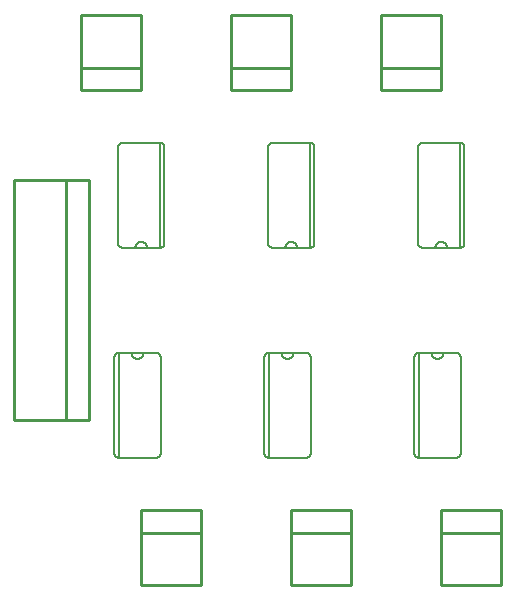
<source format=gbr>
G04 EAGLE Gerber X2 export*
%TF.Part,Single*%
%TF.FileFunction,Legend,Top,1*%
%TF.FilePolarity,Positive*%
%TF.GenerationSoftware,Autodesk,EAGLE,9.1.0*%
%TF.CreationDate,2018-12-10T23:06:03Z*%
G75*
%MOMM*%
%FSLAX34Y34*%
%LPD*%
%AMOC8*
5,1,8,0,0,1.08239X$1,22.5*%
G01*
%ADD10C,0.254000*%
%ADD11C,0.152400*%


D10*
X127000Y82550D02*
X177800Y82550D01*
X177800Y63500D01*
X177800Y19050D01*
X127000Y19050D01*
X127000Y63500D01*
X127000Y82550D01*
X127000Y63500D02*
X177800Y63500D01*
D11*
X143383Y130810D02*
X143383Y212090D01*
X104267Y130810D02*
X104269Y130688D01*
X104275Y130566D01*
X104285Y130444D01*
X104298Y130323D01*
X104316Y130202D01*
X104337Y130082D01*
X104363Y129962D01*
X104392Y129844D01*
X104424Y129726D01*
X104461Y129609D01*
X104501Y129494D01*
X104545Y129380D01*
X104593Y129268D01*
X104644Y129157D01*
X104699Y129048D01*
X104757Y128940D01*
X104819Y128835D01*
X104884Y128732D01*
X104952Y128630D01*
X105024Y128531D01*
X105098Y128435D01*
X105176Y128340D01*
X105257Y128249D01*
X105340Y128159D01*
X105426Y128073D01*
X105516Y127990D01*
X105607Y127909D01*
X105702Y127831D01*
X105798Y127757D01*
X105897Y127685D01*
X105999Y127617D01*
X106102Y127552D01*
X106207Y127490D01*
X106315Y127432D01*
X106424Y127377D01*
X106535Y127326D01*
X106647Y127278D01*
X106761Y127234D01*
X106876Y127194D01*
X106993Y127157D01*
X107111Y127125D01*
X107229Y127096D01*
X107349Y127070D01*
X107469Y127049D01*
X107590Y127031D01*
X107711Y127018D01*
X107833Y127008D01*
X107955Y127002D01*
X108077Y127000D01*
X143383Y212090D02*
X143381Y212212D01*
X143375Y212334D01*
X143365Y212456D01*
X143352Y212577D01*
X143334Y212698D01*
X143313Y212818D01*
X143287Y212938D01*
X143258Y213056D01*
X143226Y213174D01*
X143189Y213291D01*
X143149Y213406D01*
X143105Y213520D01*
X143057Y213632D01*
X143006Y213743D01*
X142951Y213852D01*
X142893Y213960D01*
X142831Y214065D01*
X142766Y214168D01*
X142698Y214270D01*
X142626Y214369D01*
X142552Y214465D01*
X142474Y214560D01*
X142393Y214651D01*
X142310Y214741D01*
X142224Y214827D01*
X142134Y214910D01*
X142043Y214991D01*
X141948Y215069D01*
X141852Y215143D01*
X141753Y215215D01*
X141651Y215283D01*
X141548Y215348D01*
X141443Y215410D01*
X141335Y215468D01*
X141226Y215523D01*
X141115Y215574D01*
X141003Y215622D01*
X140889Y215666D01*
X140774Y215706D01*
X140657Y215743D01*
X140539Y215775D01*
X140421Y215804D01*
X140301Y215830D01*
X140181Y215851D01*
X140060Y215869D01*
X139939Y215882D01*
X139817Y215892D01*
X139695Y215898D01*
X139573Y215900D01*
X143383Y130810D02*
X143381Y130688D01*
X143375Y130566D01*
X143365Y130444D01*
X143352Y130323D01*
X143334Y130202D01*
X143313Y130082D01*
X143287Y129962D01*
X143258Y129844D01*
X143226Y129726D01*
X143189Y129609D01*
X143149Y129494D01*
X143105Y129380D01*
X143057Y129268D01*
X143006Y129157D01*
X142951Y129048D01*
X142893Y128940D01*
X142831Y128835D01*
X142766Y128732D01*
X142698Y128630D01*
X142626Y128531D01*
X142552Y128435D01*
X142474Y128340D01*
X142393Y128249D01*
X142310Y128159D01*
X142224Y128073D01*
X142134Y127990D01*
X142043Y127909D01*
X141948Y127831D01*
X141852Y127757D01*
X141753Y127685D01*
X141651Y127617D01*
X141548Y127552D01*
X141443Y127490D01*
X141335Y127432D01*
X141226Y127377D01*
X141115Y127326D01*
X141003Y127278D01*
X140889Y127234D01*
X140774Y127194D01*
X140657Y127157D01*
X140539Y127125D01*
X140421Y127096D01*
X140301Y127070D01*
X140181Y127049D01*
X140060Y127031D01*
X139939Y127018D01*
X139817Y127008D01*
X139695Y127002D01*
X139573Y127000D01*
X104267Y212090D02*
X104269Y212212D01*
X104275Y212334D01*
X104285Y212456D01*
X104298Y212577D01*
X104316Y212698D01*
X104337Y212818D01*
X104363Y212938D01*
X104392Y213056D01*
X104424Y213174D01*
X104461Y213291D01*
X104501Y213406D01*
X104545Y213520D01*
X104593Y213632D01*
X104644Y213743D01*
X104699Y213852D01*
X104757Y213960D01*
X104819Y214065D01*
X104884Y214168D01*
X104952Y214270D01*
X105024Y214369D01*
X105098Y214465D01*
X105176Y214560D01*
X105257Y214651D01*
X105340Y214741D01*
X105426Y214827D01*
X105516Y214910D01*
X105607Y214991D01*
X105702Y215069D01*
X105798Y215143D01*
X105897Y215215D01*
X105999Y215283D01*
X106102Y215348D01*
X106207Y215410D01*
X106315Y215468D01*
X106424Y215523D01*
X106535Y215574D01*
X106647Y215622D01*
X106761Y215666D01*
X106876Y215706D01*
X106993Y215743D01*
X107111Y215775D01*
X107229Y215804D01*
X107349Y215830D01*
X107469Y215851D01*
X107590Y215869D01*
X107711Y215882D01*
X107833Y215892D01*
X107955Y215898D01*
X108077Y215900D01*
X104267Y212090D02*
X104267Y130810D01*
X108077Y127000D02*
X139573Y127000D01*
X139573Y215900D02*
X128905Y215900D01*
X118745Y215900D01*
X108077Y215900D01*
X118745Y215900D02*
X118747Y215759D01*
X118753Y215618D01*
X118763Y215477D01*
X118776Y215336D01*
X118794Y215196D01*
X118816Y215057D01*
X118841Y214918D01*
X118870Y214779D01*
X118903Y214642D01*
X118940Y214506D01*
X118981Y214371D01*
X119025Y214236D01*
X119073Y214104D01*
X119125Y213972D01*
X119180Y213842D01*
X119239Y213714D01*
X119302Y213587D01*
X119368Y213463D01*
X119437Y213340D01*
X119510Y213219D01*
X119586Y213100D01*
X119666Y212983D01*
X119749Y212869D01*
X119834Y212756D01*
X119923Y212647D01*
X120015Y212539D01*
X120110Y212435D01*
X120208Y212333D01*
X120309Y212234D01*
X120412Y212137D01*
X120518Y212044D01*
X120626Y211954D01*
X120737Y211866D01*
X120850Y211782D01*
X120966Y211701D01*
X121084Y211623D01*
X121204Y211548D01*
X121326Y211477D01*
X121450Y211409D01*
X121576Y211345D01*
X121703Y211284D01*
X121832Y211227D01*
X121963Y211174D01*
X122095Y211124D01*
X122228Y211077D01*
X122363Y211035D01*
X122499Y210996D01*
X122636Y210961D01*
X122773Y210930D01*
X122912Y210903D01*
X123051Y210879D01*
X123191Y210860D01*
X123331Y210844D01*
X123472Y210832D01*
X123613Y210824D01*
X123754Y210820D01*
X123896Y210820D01*
X124037Y210824D01*
X124178Y210832D01*
X124319Y210844D01*
X124459Y210860D01*
X124599Y210879D01*
X124738Y210903D01*
X124877Y210930D01*
X125014Y210961D01*
X125151Y210996D01*
X125287Y211035D01*
X125422Y211077D01*
X125555Y211124D01*
X125687Y211174D01*
X125818Y211227D01*
X125947Y211284D01*
X126074Y211345D01*
X126200Y211409D01*
X126324Y211477D01*
X126446Y211548D01*
X126566Y211623D01*
X126684Y211701D01*
X126800Y211782D01*
X126913Y211866D01*
X127024Y211954D01*
X127132Y212044D01*
X127238Y212137D01*
X127341Y212234D01*
X127442Y212333D01*
X127540Y212435D01*
X127635Y212539D01*
X127727Y212647D01*
X127816Y212756D01*
X127901Y212869D01*
X127984Y212983D01*
X128064Y213100D01*
X128140Y213219D01*
X128213Y213340D01*
X128282Y213463D01*
X128348Y213587D01*
X128411Y213714D01*
X128470Y213842D01*
X128525Y213972D01*
X128577Y214104D01*
X128625Y214236D01*
X128669Y214371D01*
X128710Y214506D01*
X128747Y214642D01*
X128780Y214779D01*
X128809Y214918D01*
X128834Y215057D01*
X128856Y215196D01*
X128874Y215336D01*
X128887Y215477D01*
X128897Y215618D01*
X128903Y215759D01*
X128905Y215900D01*
X107823Y215900D02*
X107823Y127000D01*
D10*
X82550Y158750D02*
X82550Y361950D01*
X82550Y158750D02*
X63500Y158750D01*
X19050Y158750D01*
X19050Y361950D01*
X63500Y361950D01*
X82550Y361950D01*
X63500Y361950D02*
X63500Y158750D01*
D11*
X270383Y130810D02*
X270383Y212090D01*
X231267Y130810D02*
X231269Y130688D01*
X231275Y130566D01*
X231285Y130444D01*
X231298Y130323D01*
X231316Y130202D01*
X231337Y130082D01*
X231363Y129962D01*
X231392Y129844D01*
X231424Y129726D01*
X231461Y129609D01*
X231501Y129494D01*
X231545Y129380D01*
X231593Y129268D01*
X231644Y129157D01*
X231699Y129048D01*
X231757Y128940D01*
X231819Y128835D01*
X231884Y128732D01*
X231952Y128630D01*
X232024Y128531D01*
X232098Y128435D01*
X232176Y128340D01*
X232257Y128249D01*
X232340Y128159D01*
X232426Y128073D01*
X232516Y127990D01*
X232607Y127909D01*
X232702Y127831D01*
X232798Y127757D01*
X232897Y127685D01*
X232999Y127617D01*
X233102Y127552D01*
X233207Y127490D01*
X233315Y127432D01*
X233424Y127377D01*
X233535Y127326D01*
X233647Y127278D01*
X233761Y127234D01*
X233876Y127194D01*
X233993Y127157D01*
X234111Y127125D01*
X234229Y127096D01*
X234349Y127070D01*
X234469Y127049D01*
X234590Y127031D01*
X234711Y127018D01*
X234833Y127008D01*
X234955Y127002D01*
X235077Y127000D01*
X270383Y212090D02*
X270381Y212212D01*
X270375Y212334D01*
X270365Y212456D01*
X270352Y212577D01*
X270334Y212698D01*
X270313Y212818D01*
X270287Y212938D01*
X270258Y213056D01*
X270226Y213174D01*
X270189Y213291D01*
X270149Y213406D01*
X270105Y213520D01*
X270057Y213632D01*
X270006Y213743D01*
X269951Y213852D01*
X269893Y213960D01*
X269831Y214065D01*
X269766Y214168D01*
X269698Y214270D01*
X269626Y214369D01*
X269552Y214465D01*
X269474Y214560D01*
X269393Y214651D01*
X269310Y214741D01*
X269224Y214827D01*
X269134Y214910D01*
X269043Y214991D01*
X268948Y215069D01*
X268852Y215143D01*
X268753Y215215D01*
X268651Y215283D01*
X268548Y215348D01*
X268443Y215410D01*
X268335Y215468D01*
X268226Y215523D01*
X268115Y215574D01*
X268003Y215622D01*
X267889Y215666D01*
X267774Y215706D01*
X267657Y215743D01*
X267539Y215775D01*
X267421Y215804D01*
X267301Y215830D01*
X267181Y215851D01*
X267060Y215869D01*
X266939Y215882D01*
X266817Y215892D01*
X266695Y215898D01*
X266573Y215900D01*
X270383Y130810D02*
X270381Y130688D01*
X270375Y130566D01*
X270365Y130444D01*
X270352Y130323D01*
X270334Y130202D01*
X270313Y130082D01*
X270287Y129962D01*
X270258Y129844D01*
X270226Y129726D01*
X270189Y129609D01*
X270149Y129494D01*
X270105Y129380D01*
X270057Y129268D01*
X270006Y129157D01*
X269951Y129048D01*
X269893Y128940D01*
X269831Y128835D01*
X269766Y128732D01*
X269698Y128630D01*
X269626Y128531D01*
X269552Y128435D01*
X269474Y128340D01*
X269393Y128249D01*
X269310Y128159D01*
X269224Y128073D01*
X269134Y127990D01*
X269043Y127909D01*
X268948Y127831D01*
X268852Y127757D01*
X268753Y127685D01*
X268651Y127617D01*
X268548Y127552D01*
X268443Y127490D01*
X268335Y127432D01*
X268226Y127377D01*
X268115Y127326D01*
X268003Y127278D01*
X267889Y127234D01*
X267774Y127194D01*
X267657Y127157D01*
X267539Y127125D01*
X267421Y127096D01*
X267301Y127070D01*
X267181Y127049D01*
X267060Y127031D01*
X266939Y127018D01*
X266817Y127008D01*
X266695Y127002D01*
X266573Y127000D01*
X231267Y212090D02*
X231269Y212212D01*
X231275Y212334D01*
X231285Y212456D01*
X231298Y212577D01*
X231316Y212698D01*
X231337Y212818D01*
X231363Y212938D01*
X231392Y213056D01*
X231424Y213174D01*
X231461Y213291D01*
X231501Y213406D01*
X231545Y213520D01*
X231593Y213632D01*
X231644Y213743D01*
X231699Y213852D01*
X231757Y213960D01*
X231819Y214065D01*
X231884Y214168D01*
X231952Y214270D01*
X232024Y214369D01*
X232098Y214465D01*
X232176Y214560D01*
X232257Y214651D01*
X232340Y214741D01*
X232426Y214827D01*
X232516Y214910D01*
X232607Y214991D01*
X232702Y215069D01*
X232798Y215143D01*
X232897Y215215D01*
X232999Y215283D01*
X233102Y215348D01*
X233207Y215410D01*
X233315Y215468D01*
X233424Y215523D01*
X233535Y215574D01*
X233647Y215622D01*
X233761Y215666D01*
X233876Y215706D01*
X233993Y215743D01*
X234111Y215775D01*
X234229Y215804D01*
X234349Y215830D01*
X234469Y215851D01*
X234590Y215869D01*
X234711Y215882D01*
X234833Y215892D01*
X234955Y215898D01*
X235077Y215900D01*
X231267Y212090D02*
X231267Y130810D01*
X235077Y127000D02*
X266573Y127000D01*
X266573Y215900D02*
X255905Y215900D01*
X245745Y215900D01*
X235077Y215900D01*
X245745Y215900D02*
X245747Y215759D01*
X245753Y215618D01*
X245763Y215477D01*
X245776Y215336D01*
X245794Y215196D01*
X245816Y215057D01*
X245841Y214918D01*
X245870Y214779D01*
X245903Y214642D01*
X245940Y214506D01*
X245981Y214371D01*
X246025Y214236D01*
X246073Y214104D01*
X246125Y213972D01*
X246180Y213842D01*
X246239Y213714D01*
X246302Y213587D01*
X246368Y213463D01*
X246437Y213340D01*
X246510Y213219D01*
X246586Y213100D01*
X246666Y212983D01*
X246749Y212869D01*
X246834Y212756D01*
X246923Y212647D01*
X247015Y212539D01*
X247110Y212435D01*
X247208Y212333D01*
X247309Y212234D01*
X247412Y212137D01*
X247518Y212044D01*
X247626Y211954D01*
X247737Y211866D01*
X247850Y211782D01*
X247966Y211701D01*
X248084Y211623D01*
X248204Y211548D01*
X248326Y211477D01*
X248450Y211409D01*
X248576Y211345D01*
X248703Y211284D01*
X248832Y211227D01*
X248963Y211174D01*
X249095Y211124D01*
X249228Y211077D01*
X249363Y211035D01*
X249499Y210996D01*
X249636Y210961D01*
X249773Y210930D01*
X249912Y210903D01*
X250051Y210879D01*
X250191Y210860D01*
X250331Y210844D01*
X250472Y210832D01*
X250613Y210824D01*
X250754Y210820D01*
X250896Y210820D01*
X251037Y210824D01*
X251178Y210832D01*
X251319Y210844D01*
X251459Y210860D01*
X251599Y210879D01*
X251738Y210903D01*
X251877Y210930D01*
X252014Y210961D01*
X252151Y210996D01*
X252287Y211035D01*
X252422Y211077D01*
X252555Y211124D01*
X252687Y211174D01*
X252818Y211227D01*
X252947Y211284D01*
X253074Y211345D01*
X253200Y211409D01*
X253324Y211477D01*
X253446Y211548D01*
X253566Y211623D01*
X253684Y211701D01*
X253800Y211782D01*
X253913Y211866D01*
X254024Y211954D01*
X254132Y212044D01*
X254238Y212137D01*
X254341Y212234D01*
X254442Y212333D01*
X254540Y212435D01*
X254635Y212539D01*
X254727Y212647D01*
X254816Y212756D01*
X254901Y212869D01*
X254984Y212983D01*
X255064Y213100D01*
X255140Y213219D01*
X255213Y213340D01*
X255282Y213463D01*
X255348Y213587D01*
X255411Y213714D01*
X255470Y213842D01*
X255525Y213972D01*
X255577Y214104D01*
X255625Y214236D01*
X255669Y214371D01*
X255710Y214506D01*
X255747Y214642D01*
X255780Y214779D01*
X255809Y214918D01*
X255834Y215057D01*
X255856Y215196D01*
X255874Y215336D01*
X255887Y215477D01*
X255897Y215618D01*
X255903Y215759D01*
X255905Y215900D01*
X234823Y215900D02*
X234823Y127000D01*
D10*
X254000Y82550D02*
X304800Y82550D01*
X304800Y63500D01*
X304800Y19050D01*
X254000Y19050D01*
X254000Y63500D01*
X254000Y82550D01*
X254000Y63500D02*
X304800Y63500D01*
D11*
X397383Y130810D02*
X397383Y212090D01*
X358267Y130810D02*
X358269Y130688D01*
X358275Y130566D01*
X358285Y130444D01*
X358298Y130323D01*
X358316Y130202D01*
X358337Y130082D01*
X358363Y129962D01*
X358392Y129844D01*
X358424Y129726D01*
X358461Y129609D01*
X358501Y129494D01*
X358545Y129380D01*
X358593Y129268D01*
X358644Y129157D01*
X358699Y129048D01*
X358757Y128940D01*
X358819Y128835D01*
X358884Y128732D01*
X358952Y128630D01*
X359024Y128531D01*
X359098Y128435D01*
X359176Y128340D01*
X359257Y128249D01*
X359340Y128159D01*
X359426Y128073D01*
X359516Y127990D01*
X359607Y127909D01*
X359702Y127831D01*
X359798Y127757D01*
X359897Y127685D01*
X359999Y127617D01*
X360102Y127552D01*
X360207Y127490D01*
X360315Y127432D01*
X360424Y127377D01*
X360535Y127326D01*
X360647Y127278D01*
X360761Y127234D01*
X360876Y127194D01*
X360993Y127157D01*
X361111Y127125D01*
X361229Y127096D01*
X361349Y127070D01*
X361469Y127049D01*
X361590Y127031D01*
X361711Y127018D01*
X361833Y127008D01*
X361955Y127002D01*
X362077Y127000D01*
X397383Y212090D02*
X397381Y212212D01*
X397375Y212334D01*
X397365Y212456D01*
X397352Y212577D01*
X397334Y212698D01*
X397313Y212818D01*
X397287Y212938D01*
X397258Y213056D01*
X397226Y213174D01*
X397189Y213291D01*
X397149Y213406D01*
X397105Y213520D01*
X397057Y213632D01*
X397006Y213743D01*
X396951Y213852D01*
X396893Y213960D01*
X396831Y214065D01*
X396766Y214168D01*
X396698Y214270D01*
X396626Y214369D01*
X396552Y214465D01*
X396474Y214560D01*
X396393Y214651D01*
X396310Y214741D01*
X396224Y214827D01*
X396134Y214910D01*
X396043Y214991D01*
X395948Y215069D01*
X395852Y215143D01*
X395753Y215215D01*
X395651Y215283D01*
X395548Y215348D01*
X395443Y215410D01*
X395335Y215468D01*
X395226Y215523D01*
X395115Y215574D01*
X395003Y215622D01*
X394889Y215666D01*
X394774Y215706D01*
X394657Y215743D01*
X394539Y215775D01*
X394421Y215804D01*
X394301Y215830D01*
X394181Y215851D01*
X394060Y215869D01*
X393939Y215882D01*
X393817Y215892D01*
X393695Y215898D01*
X393573Y215900D01*
X397383Y130810D02*
X397381Y130688D01*
X397375Y130566D01*
X397365Y130444D01*
X397352Y130323D01*
X397334Y130202D01*
X397313Y130082D01*
X397287Y129962D01*
X397258Y129844D01*
X397226Y129726D01*
X397189Y129609D01*
X397149Y129494D01*
X397105Y129380D01*
X397057Y129268D01*
X397006Y129157D01*
X396951Y129048D01*
X396893Y128940D01*
X396831Y128835D01*
X396766Y128732D01*
X396698Y128630D01*
X396626Y128531D01*
X396552Y128435D01*
X396474Y128340D01*
X396393Y128249D01*
X396310Y128159D01*
X396224Y128073D01*
X396134Y127990D01*
X396043Y127909D01*
X395948Y127831D01*
X395852Y127757D01*
X395753Y127685D01*
X395651Y127617D01*
X395548Y127552D01*
X395443Y127490D01*
X395335Y127432D01*
X395226Y127377D01*
X395115Y127326D01*
X395003Y127278D01*
X394889Y127234D01*
X394774Y127194D01*
X394657Y127157D01*
X394539Y127125D01*
X394421Y127096D01*
X394301Y127070D01*
X394181Y127049D01*
X394060Y127031D01*
X393939Y127018D01*
X393817Y127008D01*
X393695Y127002D01*
X393573Y127000D01*
X358267Y212090D02*
X358269Y212212D01*
X358275Y212334D01*
X358285Y212456D01*
X358298Y212577D01*
X358316Y212698D01*
X358337Y212818D01*
X358363Y212938D01*
X358392Y213056D01*
X358424Y213174D01*
X358461Y213291D01*
X358501Y213406D01*
X358545Y213520D01*
X358593Y213632D01*
X358644Y213743D01*
X358699Y213852D01*
X358757Y213960D01*
X358819Y214065D01*
X358884Y214168D01*
X358952Y214270D01*
X359024Y214369D01*
X359098Y214465D01*
X359176Y214560D01*
X359257Y214651D01*
X359340Y214741D01*
X359426Y214827D01*
X359516Y214910D01*
X359607Y214991D01*
X359702Y215069D01*
X359798Y215143D01*
X359897Y215215D01*
X359999Y215283D01*
X360102Y215348D01*
X360207Y215410D01*
X360315Y215468D01*
X360424Y215523D01*
X360535Y215574D01*
X360647Y215622D01*
X360761Y215666D01*
X360876Y215706D01*
X360993Y215743D01*
X361111Y215775D01*
X361229Y215804D01*
X361349Y215830D01*
X361469Y215851D01*
X361590Y215869D01*
X361711Y215882D01*
X361833Y215892D01*
X361955Y215898D01*
X362077Y215900D01*
X358267Y212090D02*
X358267Y130810D01*
X362077Y127000D02*
X393573Y127000D01*
X393573Y215900D02*
X382905Y215900D01*
X372745Y215900D01*
X362077Y215900D01*
X372745Y215900D02*
X372747Y215759D01*
X372753Y215618D01*
X372763Y215477D01*
X372776Y215336D01*
X372794Y215196D01*
X372816Y215057D01*
X372841Y214918D01*
X372870Y214779D01*
X372903Y214642D01*
X372940Y214506D01*
X372981Y214371D01*
X373025Y214236D01*
X373073Y214104D01*
X373125Y213972D01*
X373180Y213842D01*
X373239Y213714D01*
X373302Y213587D01*
X373368Y213463D01*
X373437Y213340D01*
X373510Y213219D01*
X373586Y213100D01*
X373666Y212983D01*
X373749Y212869D01*
X373834Y212756D01*
X373923Y212647D01*
X374015Y212539D01*
X374110Y212435D01*
X374208Y212333D01*
X374309Y212234D01*
X374412Y212137D01*
X374518Y212044D01*
X374626Y211954D01*
X374737Y211866D01*
X374850Y211782D01*
X374966Y211701D01*
X375084Y211623D01*
X375204Y211548D01*
X375326Y211477D01*
X375450Y211409D01*
X375576Y211345D01*
X375703Y211284D01*
X375832Y211227D01*
X375963Y211174D01*
X376095Y211124D01*
X376228Y211077D01*
X376363Y211035D01*
X376499Y210996D01*
X376636Y210961D01*
X376773Y210930D01*
X376912Y210903D01*
X377051Y210879D01*
X377191Y210860D01*
X377331Y210844D01*
X377472Y210832D01*
X377613Y210824D01*
X377754Y210820D01*
X377896Y210820D01*
X378037Y210824D01*
X378178Y210832D01*
X378319Y210844D01*
X378459Y210860D01*
X378599Y210879D01*
X378738Y210903D01*
X378877Y210930D01*
X379014Y210961D01*
X379151Y210996D01*
X379287Y211035D01*
X379422Y211077D01*
X379555Y211124D01*
X379687Y211174D01*
X379818Y211227D01*
X379947Y211284D01*
X380074Y211345D01*
X380200Y211409D01*
X380324Y211477D01*
X380446Y211548D01*
X380566Y211623D01*
X380684Y211701D01*
X380800Y211782D01*
X380913Y211866D01*
X381024Y211954D01*
X381132Y212044D01*
X381238Y212137D01*
X381341Y212234D01*
X381442Y212333D01*
X381540Y212435D01*
X381635Y212539D01*
X381727Y212647D01*
X381816Y212756D01*
X381901Y212869D01*
X381984Y212983D01*
X382064Y213100D01*
X382140Y213219D01*
X382213Y213340D01*
X382282Y213463D01*
X382348Y213587D01*
X382411Y213714D01*
X382470Y213842D01*
X382525Y213972D01*
X382577Y214104D01*
X382625Y214236D01*
X382669Y214371D01*
X382710Y214506D01*
X382747Y214642D01*
X382780Y214779D01*
X382809Y214918D01*
X382834Y215057D01*
X382856Y215196D01*
X382874Y215336D01*
X382887Y215477D01*
X382897Y215618D01*
X382903Y215759D01*
X382905Y215900D01*
X361823Y215900D02*
X361823Y127000D01*
D10*
X381000Y82550D02*
X431800Y82550D01*
X431800Y63500D01*
X431800Y19050D01*
X381000Y19050D01*
X381000Y63500D01*
X381000Y82550D01*
X381000Y63500D02*
X431800Y63500D01*
D11*
X361442Y308610D02*
X361442Y389890D01*
X396748Y393700D02*
X396870Y393698D01*
X396992Y393692D01*
X397114Y393682D01*
X397235Y393669D01*
X397356Y393651D01*
X397476Y393630D01*
X397596Y393604D01*
X397714Y393575D01*
X397832Y393543D01*
X397949Y393506D01*
X398064Y393466D01*
X398178Y393422D01*
X398290Y393374D01*
X398401Y393323D01*
X398510Y393268D01*
X398618Y393210D01*
X398723Y393148D01*
X398826Y393083D01*
X398928Y393015D01*
X399027Y392943D01*
X399123Y392869D01*
X399218Y392791D01*
X399309Y392710D01*
X399399Y392627D01*
X399485Y392541D01*
X399568Y392451D01*
X399649Y392360D01*
X399727Y392265D01*
X399801Y392169D01*
X399873Y392070D01*
X399941Y391968D01*
X400006Y391865D01*
X400068Y391760D01*
X400126Y391652D01*
X400181Y391543D01*
X400232Y391432D01*
X400280Y391320D01*
X400324Y391206D01*
X400364Y391091D01*
X400401Y390974D01*
X400433Y390856D01*
X400462Y390738D01*
X400488Y390618D01*
X400509Y390498D01*
X400527Y390377D01*
X400540Y390256D01*
X400550Y390134D01*
X400556Y390012D01*
X400558Y389890D01*
X361442Y308610D02*
X361444Y308488D01*
X361450Y308366D01*
X361460Y308244D01*
X361473Y308123D01*
X361491Y308002D01*
X361512Y307882D01*
X361538Y307762D01*
X361567Y307644D01*
X361599Y307526D01*
X361636Y307409D01*
X361676Y307294D01*
X361720Y307180D01*
X361768Y307068D01*
X361819Y306957D01*
X361874Y306848D01*
X361932Y306740D01*
X361994Y306635D01*
X362059Y306532D01*
X362127Y306430D01*
X362199Y306331D01*
X362273Y306235D01*
X362351Y306140D01*
X362432Y306049D01*
X362515Y305959D01*
X362601Y305873D01*
X362691Y305790D01*
X362782Y305709D01*
X362877Y305631D01*
X362973Y305557D01*
X363072Y305485D01*
X363174Y305417D01*
X363277Y305352D01*
X363382Y305290D01*
X363490Y305232D01*
X363599Y305177D01*
X363710Y305126D01*
X363822Y305078D01*
X363936Y305034D01*
X364051Y304994D01*
X364168Y304957D01*
X364286Y304925D01*
X364404Y304896D01*
X364524Y304870D01*
X364644Y304849D01*
X364765Y304831D01*
X364886Y304818D01*
X365008Y304808D01*
X365130Y304802D01*
X365252Y304800D01*
X361442Y389890D02*
X361444Y390012D01*
X361450Y390134D01*
X361460Y390256D01*
X361473Y390377D01*
X361491Y390498D01*
X361512Y390618D01*
X361538Y390738D01*
X361567Y390856D01*
X361599Y390974D01*
X361636Y391091D01*
X361676Y391206D01*
X361720Y391320D01*
X361768Y391432D01*
X361819Y391543D01*
X361874Y391652D01*
X361932Y391760D01*
X361994Y391865D01*
X362059Y391968D01*
X362127Y392070D01*
X362199Y392169D01*
X362273Y392265D01*
X362351Y392360D01*
X362432Y392451D01*
X362515Y392541D01*
X362601Y392627D01*
X362691Y392710D01*
X362782Y392791D01*
X362877Y392869D01*
X362973Y392943D01*
X363072Y393015D01*
X363174Y393083D01*
X363277Y393148D01*
X363382Y393210D01*
X363490Y393268D01*
X363599Y393323D01*
X363710Y393374D01*
X363822Y393422D01*
X363936Y393466D01*
X364051Y393506D01*
X364168Y393543D01*
X364286Y393575D01*
X364404Y393604D01*
X364524Y393630D01*
X364644Y393651D01*
X364765Y393669D01*
X364886Y393682D01*
X365008Y393692D01*
X365130Y393698D01*
X365252Y393700D01*
X400558Y308610D02*
X400556Y308488D01*
X400550Y308366D01*
X400540Y308244D01*
X400527Y308123D01*
X400509Y308002D01*
X400488Y307882D01*
X400462Y307762D01*
X400433Y307644D01*
X400401Y307526D01*
X400364Y307409D01*
X400324Y307294D01*
X400280Y307180D01*
X400232Y307068D01*
X400181Y306957D01*
X400126Y306848D01*
X400068Y306740D01*
X400006Y306635D01*
X399941Y306532D01*
X399873Y306430D01*
X399801Y306331D01*
X399727Y306235D01*
X399649Y306140D01*
X399568Y306049D01*
X399485Y305959D01*
X399399Y305873D01*
X399309Y305790D01*
X399218Y305709D01*
X399123Y305631D01*
X399027Y305557D01*
X398928Y305485D01*
X398826Y305417D01*
X398723Y305352D01*
X398618Y305290D01*
X398510Y305232D01*
X398401Y305177D01*
X398290Y305126D01*
X398178Y305078D01*
X398064Y305034D01*
X397949Y304994D01*
X397832Y304957D01*
X397714Y304925D01*
X397596Y304896D01*
X397476Y304870D01*
X397356Y304849D01*
X397235Y304831D01*
X397114Y304818D01*
X396992Y304808D01*
X396870Y304802D01*
X396748Y304800D01*
X400558Y308610D02*
X400558Y389890D01*
X396748Y393700D02*
X365252Y393700D01*
X365252Y304800D02*
X375920Y304800D01*
X386080Y304800D01*
X396748Y304800D01*
X386080Y304800D02*
X386078Y304941D01*
X386072Y305082D01*
X386062Y305223D01*
X386049Y305364D01*
X386031Y305504D01*
X386009Y305643D01*
X385984Y305782D01*
X385955Y305921D01*
X385922Y306058D01*
X385885Y306194D01*
X385844Y306329D01*
X385800Y306464D01*
X385752Y306596D01*
X385700Y306728D01*
X385645Y306858D01*
X385586Y306986D01*
X385523Y307113D01*
X385457Y307237D01*
X385388Y307360D01*
X385315Y307481D01*
X385239Y307600D01*
X385159Y307717D01*
X385076Y307831D01*
X384991Y307944D01*
X384902Y308053D01*
X384810Y308161D01*
X384715Y308265D01*
X384617Y308367D01*
X384516Y308466D01*
X384413Y308563D01*
X384307Y308656D01*
X384199Y308746D01*
X384088Y308834D01*
X383975Y308918D01*
X383859Y308999D01*
X383741Y309077D01*
X383621Y309152D01*
X383499Y309223D01*
X383375Y309291D01*
X383249Y309355D01*
X383122Y309416D01*
X382993Y309473D01*
X382862Y309526D01*
X382730Y309576D01*
X382597Y309623D01*
X382462Y309665D01*
X382326Y309704D01*
X382189Y309739D01*
X382052Y309770D01*
X381913Y309797D01*
X381774Y309821D01*
X381634Y309840D01*
X381494Y309856D01*
X381353Y309868D01*
X381212Y309876D01*
X381071Y309880D01*
X380929Y309880D01*
X380788Y309876D01*
X380647Y309868D01*
X380506Y309856D01*
X380366Y309840D01*
X380226Y309821D01*
X380087Y309797D01*
X379948Y309770D01*
X379811Y309739D01*
X379674Y309704D01*
X379538Y309665D01*
X379403Y309623D01*
X379270Y309576D01*
X379138Y309526D01*
X379007Y309473D01*
X378878Y309416D01*
X378751Y309355D01*
X378625Y309291D01*
X378501Y309223D01*
X378379Y309152D01*
X378259Y309077D01*
X378141Y308999D01*
X378025Y308918D01*
X377912Y308834D01*
X377801Y308746D01*
X377693Y308656D01*
X377587Y308563D01*
X377484Y308466D01*
X377383Y308367D01*
X377285Y308265D01*
X377190Y308161D01*
X377098Y308053D01*
X377009Y307944D01*
X376924Y307831D01*
X376841Y307717D01*
X376761Y307600D01*
X376685Y307481D01*
X376612Y307360D01*
X376543Y307237D01*
X376477Y307113D01*
X376414Y306986D01*
X376355Y306858D01*
X376300Y306728D01*
X376248Y306596D01*
X376200Y306464D01*
X376156Y306329D01*
X376115Y306194D01*
X376078Y306058D01*
X376045Y305921D01*
X376016Y305782D01*
X375991Y305643D01*
X375969Y305504D01*
X375951Y305364D01*
X375938Y305223D01*
X375928Y305082D01*
X375922Y304941D01*
X375920Y304800D01*
X397002Y304800D02*
X397002Y393700D01*
D10*
X381000Y438150D02*
X330200Y438150D01*
X330200Y457200D01*
X330200Y501650D01*
X381000Y501650D01*
X381000Y457200D01*
X381000Y438150D01*
X381000Y457200D02*
X330200Y457200D01*
D11*
X234442Y389890D02*
X234442Y308610D01*
X273558Y389890D02*
X273556Y390012D01*
X273550Y390134D01*
X273540Y390256D01*
X273527Y390377D01*
X273509Y390498D01*
X273488Y390618D01*
X273462Y390738D01*
X273433Y390856D01*
X273401Y390974D01*
X273364Y391091D01*
X273324Y391206D01*
X273280Y391320D01*
X273232Y391432D01*
X273181Y391543D01*
X273126Y391652D01*
X273068Y391760D01*
X273006Y391865D01*
X272941Y391968D01*
X272873Y392070D01*
X272801Y392169D01*
X272727Y392265D01*
X272649Y392360D01*
X272568Y392451D01*
X272485Y392541D01*
X272399Y392627D01*
X272309Y392710D01*
X272218Y392791D01*
X272123Y392869D01*
X272027Y392943D01*
X271928Y393015D01*
X271826Y393083D01*
X271723Y393148D01*
X271618Y393210D01*
X271510Y393268D01*
X271401Y393323D01*
X271290Y393374D01*
X271178Y393422D01*
X271064Y393466D01*
X270949Y393506D01*
X270832Y393543D01*
X270714Y393575D01*
X270596Y393604D01*
X270476Y393630D01*
X270356Y393651D01*
X270235Y393669D01*
X270114Y393682D01*
X269992Y393692D01*
X269870Y393698D01*
X269748Y393700D01*
X234442Y308610D02*
X234444Y308488D01*
X234450Y308366D01*
X234460Y308244D01*
X234473Y308123D01*
X234491Y308002D01*
X234512Y307882D01*
X234538Y307762D01*
X234567Y307644D01*
X234599Y307526D01*
X234636Y307409D01*
X234676Y307294D01*
X234720Y307180D01*
X234768Y307068D01*
X234819Y306957D01*
X234874Y306848D01*
X234932Y306740D01*
X234994Y306635D01*
X235059Y306532D01*
X235127Y306430D01*
X235199Y306331D01*
X235273Y306235D01*
X235351Y306140D01*
X235432Y306049D01*
X235515Y305959D01*
X235601Y305873D01*
X235691Y305790D01*
X235782Y305709D01*
X235877Y305631D01*
X235973Y305557D01*
X236072Y305485D01*
X236174Y305417D01*
X236277Y305352D01*
X236382Y305290D01*
X236490Y305232D01*
X236599Y305177D01*
X236710Y305126D01*
X236822Y305078D01*
X236936Y305034D01*
X237051Y304994D01*
X237168Y304957D01*
X237286Y304925D01*
X237404Y304896D01*
X237524Y304870D01*
X237644Y304849D01*
X237765Y304831D01*
X237886Y304818D01*
X238008Y304808D01*
X238130Y304802D01*
X238252Y304800D01*
X234442Y389890D02*
X234444Y390012D01*
X234450Y390134D01*
X234460Y390256D01*
X234473Y390377D01*
X234491Y390498D01*
X234512Y390618D01*
X234538Y390738D01*
X234567Y390856D01*
X234599Y390974D01*
X234636Y391091D01*
X234676Y391206D01*
X234720Y391320D01*
X234768Y391432D01*
X234819Y391543D01*
X234874Y391652D01*
X234932Y391760D01*
X234994Y391865D01*
X235059Y391968D01*
X235127Y392070D01*
X235199Y392169D01*
X235273Y392265D01*
X235351Y392360D01*
X235432Y392451D01*
X235515Y392541D01*
X235601Y392627D01*
X235691Y392710D01*
X235782Y392791D01*
X235877Y392869D01*
X235973Y392943D01*
X236072Y393015D01*
X236174Y393083D01*
X236277Y393148D01*
X236382Y393210D01*
X236490Y393268D01*
X236599Y393323D01*
X236710Y393374D01*
X236822Y393422D01*
X236936Y393466D01*
X237051Y393506D01*
X237168Y393543D01*
X237286Y393575D01*
X237404Y393604D01*
X237524Y393630D01*
X237644Y393651D01*
X237765Y393669D01*
X237886Y393682D01*
X238008Y393692D01*
X238130Y393698D01*
X238252Y393700D01*
X273558Y308610D02*
X273556Y308488D01*
X273550Y308366D01*
X273540Y308244D01*
X273527Y308123D01*
X273509Y308002D01*
X273488Y307882D01*
X273462Y307762D01*
X273433Y307644D01*
X273401Y307526D01*
X273364Y307409D01*
X273324Y307294D01*
X273280Y307180D01*
X273232Y307068D01*
X273181Y306957D01*
X273126Y306848D01*
X273068Y306740D01*
X273006Y306635D01*
X272941Y306532D01*
X272873Y306430D01*
X272801Y306331D01*
X272727Y306235D01*
X272649Y306140D01*
X272568Y306049D01*
X272485Y305959D01*
X272399Y305873D01*
X272309Y305790D01*
X272218Y305709D01*
X272123Y305631D01*
X272027Y305557D01*
X271928Y305485D01*
X271826Y305417D01*
X271723Y305352D01*
X271618Y305290D01*
X271510Y305232D01*
X271401Y305177D01*
X271290Y305126D01*
X271178Y305078D01*
X271064Y305034D01*
X270949Y304994D01*
X270832Y304957D01*
X270714Y304925D01*
X270596Y304896D01*
X270476Y304870D01*
X270356Y304849D01*
X270235Y304831D01*
X270114Y304818D01*
X269992Y304808D01*
X269870Y304802D01*
X269748Y304800D01*
X273558Y308610D02*
X273558Y389890D01*
X269748Y393700D02*
X238252Y393700D01*
X238252Y304800D02*
X248920Y304800D01*
X259080Y304800D01*
X269748Y304800D01*
X259080Y304800D02*
X259078Y304941D01*
X259072Y305082D01*
X259062Y305223D01*
X259049Y305364D01*
X259031Y305504D01*
X259009Y305643D01*
X258984Y305782D01*
X258955Y305921D01*
X258922Y306058D01*
X258885Y306194D01*
X258844Y306329D01*
X258800Y306464D01*
X258752Y306596D01*
X258700Y306728D01*
X258645Y306858D01*
X258586Y306986D01*
X258523Y307113D01*
X258457Y307237D01*
X258388Y307360D01*
X258315Y307481D01*
X258239Y307600D01*
X258159Y307717D01*
X258076Y307831D01*
X257991Y307944D01*
X257902Y308053D01*
X257810Y308161D01*
X257715Y308265D01*
X257617Y308367D01*
X257516Y308466D01*
X257413Y308563D01*
X257307Y308656D01*
X257199Y308746D01*
X257088Y308834D01*
X256975Y308918D01*
X256859Y308999D01*
X256741Y309077D01*
X256621Y309152D01*
X256499Y309223D01*
X256375Y309291D01*
X256249Y309355D01*
X256122Y309416D01*
X255993Y309473D01*
X255862Y309526D01*
X255730Y309576D01*
X255597Y309623D01*
X255462Y309665D01*
X255326Y309704D01*
X255189Y309739D01*
X255052Y309770D01*
X254913Y309797D01*
X254774Y309821D01*
X254634Y309840D01*
X254494Y309856D01*
X254353Y309868D01*
X254212Y309876D01*
X254071Y309880D01*
X253929Y309880D01*
X253788Y309876D01*
X253647Y309868D01*
X253506Y309856D01*
X253366Y309840D01*
X253226Y309821D01*
X253087Y309797D01*
X252948Y309770D01*
X252811Y309739D01*
X252674Y309704D01*
X252538Y309665D01*
X252403Y309623D01*
X252270Y309576D01*
X252138Y309526D01*
X252007Y309473D01*
X251878Y309416D01*
X251751Y309355D01*
X251625Y309291D01*
X251501Y309223D01*
X251379Y309152D01*
X251259Y309077D01*
X251141Y308999D01*
X251025Y308918D01*
X250912Y308834D01*
X250801Y308746D01*
X250693Y308656D01*
X250587Y308563D01*
X250484Y308466D01*
X250383Y308367D01*
X250285Y308265D01*
X250190Y308161D01*
X250098Y308053D01*
X250009Y307944D01*
X249924Y307831D01*
X249841Y307717D01*
X249761Y307600D01*
X249685Y307481D01*
X249612Y307360D01*
X249543Y307237D01*
X249477Y307113D01*
X249414Y306986D01*
X249355Y306858D01*
X249300Y306728D01*
X249248Y306596D01*
X249200Y306464D01*
X249156Y306329D01*
X249115Y306194D01*
X249078Y306058D01*
X249045Y305921D01*
X249016Y305782D01*
X248991Y305643D01*
X248969Y305504D01*
X248951Y305364D01*
X248938Y305223D01*
X248928Y305082D01*
X248922Y304941D01*
X248920Y304800D01*
X270002Y304800D02*
X270002Y393700D01*
D10*
X254000Y438150D02*
X203200Y438150D01*
X203200Y457200D01*
X203200Y501650D01*
X254000Y501650D01*
X254000Y457200D01*
X254000Y438150D01*
X254000Y457200D02*
X203200Y457200D01*
D11*
X107442Y389890D02*
X107442Y308610D01*
X146558Y389890D02*
X146556Y390012D01*
X146550Y390134D01*
X146540Y390256D01*
X146527Y390377D01*
X146509Y390498D01*
X146488Y390618D01*
X146462Y390738D01*
X146433Y390856D01*
X146401Y390974D01*
X146364Y391091D01*
X146324Y391206D01*
X146280Y391320D01*
X146232Y391432D01*
X146181Y391543D01*
X146126Y391652D01*
X146068Y391760D01*
X146006Y391865D01*
X145941Y391968D01*
X145873Y392070D01*
X145801Y392169D01*
X145727Y392265D01*
X145649Y392360D01*
X145568Y392451D01*
X145485Y392541D01*
X145399Y392627D01*
X145309Y392710D01*
X145218Y392791D01*
X145123Y392869D01*
X145027Y392943D01*
X144928Y393015D01*
X144826Y393083D01*
X144723Y393148D01*
X144618Y393210D01*
X144510Y393268D01*
X144401Y393323D01*
X144290Y393374D01*
X144178Y393422D01*
X144064Y393466D01*
X143949Y393506D01*
X143832Y393543D01*
X143714Y393575D01*
X143596Y393604D01*
X143476Y393630D01*
X143356Y393651D01*
X143235Y393669D01*
X143114Y393682D01*
X142992Y393692D01*
X142870Y393698D01*
X142748Y393700D01*
X107442Y308610D02*
X107444Y308488D01*
X107450Y308366D01*
X107460Y308244D01*
X107473Y308123D01*
X107491Y308002D01*
X107512Y307882D01*
X107538Y307762D01*
X107567Y307644D01*
X107599Y307526D01*
X107636Y307409D01*
X107676Y307294D01*
X107720Y307180D01*
X107768Y307068D01*
X107819Y306957D01*
X107874Y306848D01*
X107932Y306740D01*
X107994Y306635D01*
X108059Y306532D01*
X108127Y306430D01*
X108199Y306331D01*
X108273Y306235D01*
X108351Y306140D01*
X108432Y306049D01*
X108515Y305959D01*
X108601Y305873D01*
X108691Y305790D01*
X108782Y305709D01*
X108877Y305631D01*
X108973Y305557D01*
X109072Y305485D01*
X109174Y305417D01*
X109277Y305352D01*
X109382Y305290D01*
X109490Y305232D01*
X109599Y305177D01*
X109710Y305126D01*
X109822Y305078D01*
X109936Y305034D01*
X110051Y304994D01*
X110168Y304957D01*
X110286Y304925D01*
X110404Y304896D01*
X110524Y304870D01*
X110644Y304849D01*
X110765Y304831D01*
X110886Y304818D01*
X111008Y304808D01*
X111130Y304802D01*
X111252Y304800D01*
X107442Y389890D02*
X107444Y390012D01*
X107450Y390134D01*
X107460Y390256D01*
X107473Y390377D01*
X107491Y390498D01*
X107512Y390618D01*
X107538Y390738D01*
X107567Y390856D01*
X107599Y390974D01*
X107636Y391091D01*
X107676Y391206D01*
X107720Y391320D01*
X107768Y391432D01*
X107819Y391543D01*
X107874Y391652D01*
X107932Y391760D01*
X107994Y391865D01*
X108059Y391968D01*
X108127Y392070D01*
X108199Y392169D01*
X108273Y392265D01*
X108351Y392360D01*
X108432Y392451D01*
X108515Y392541D01*
X108601Y392627D01*
X108691Y392710D01*
X108782Y392791D01*
X108877Y392869D01*
X108973Y392943D01*
X109072Y393015D01*
X109174Y393083D01*
X109277Y393148D01*
X109382Y393210D01*
X109490Y393268D01*
X109599Y393323D01*
X109710Y393374D01*
X109822Y393422D01*
X109936Y393466D01*
X110051Y393506D01*
X110168Y393543D01*
X110286Y393575D01*
X110404Y393604D01*
X110524Y393630D01*
X110644Y393651D01*
X110765Y393669D01*
X110886Y393682D01*
X111008Y393692D01*
X111130Y393698D01*
X111252Y393700D01*
X146558Y308610D02*
X146556Y308488D01*
X146550Y308366D01*
X146540Y308244D01*
X146527Y308123D01*
X146509Y308002D01*
X146488Y307882D01*
X146462Y307762D01*
X146433Y307644D01*
X146401Y307526D01*
X146364Y307409D01*
X146324Y307294D01*
X146280Y307180D01*
X146232Y307068D01*
X146181Y306957D01*
X146126Y306848D01*
X146068Y306740D01*
X146006Y306635D01*
X145941Y306532D01*
X145873Y306430D01*
X145801Y306331D01*
X145727Y306235D01*
X145649Y306140D01*
X145568Y306049D01*
X145485Y305959D01*
X145399Y305873D01*
X145309Y305790D01*
X145218Y305709D01*
X145123Y305631D01*
X145027Y305557D01*
X144928Y305485D01*
X144826Y305417D01*
X144723Y305352D01*
X144618Y305290D01*
X144510Y305232D01*
X144401Y305177D01*
X144290Y305126D01*
X144178Y305078D01*
X144064Y305034D01*
X143949Y304994D01*
X143832Y304957D01*
X143714Y304925D01*
X143596Y304896D01*
X143476Y304870D01*
X143356Y304849D01*
X143235Y304831D01*
X143114Y304818D01*
X142992Y304808D01*
X142870Y304802D01*
X142748Y304800D01*
X146558Y308610D02*
X146558Y389890D01*
X142748Y393700D02*
X111252Y393700D01*
X111252Y304800D02*
X121920Y304800D01*
X132080Y304800D01*
X142748Y304800D01*
X132080Y304800D02*
X132078Y304941D01*
X132072Y305082D01*
X132062Y305223D01*
X132049Y305364D01*
X132031Y305504D01*
X132009Y305643D01*
X131984Y305782D01*
X131955Y305921D01*
X131922Y306058D01*
X131885Y306194D01*
X131844Y306329D01*
X131800Y306464D01*
X131752Y306596D01*
X131700Y306728D01*
X131645Y306858D01*
X131586Y306986D01*
X131523Y307113D01*
X131457Y307237D01*
X131388Y307360D01*
X131315Y307481D01*
X131239Y307600D01*
X131159Y307717D01*
X131076Y307831D01*
X130991Y307944D01*
X130902Y308053D01*
X130810Y308161D01*
X130715Y308265D01*
X130617Y308367D01*
X130516Y308466D01*
X130413Y308563D01*
X130307Y308656D01*
X130199Y308746D01*
X130088Y308834D01*
X129975Y308918D01*
X129859Y308999D01*
X129741Y309077D01*
X129621Y309152D01*
X129499Y309223D01*
X129375Y309291D01*
X129249Y309355D01*
X129122Y309416D01*
X128993Y309473D01*
X128862Y309526D01*
X128730Y309576D01*
X128597Y309623D01*
X128462Y309665D01*
X128326Y309704D01*
X128189Y309739D01*
X128052Y309770D01*
X127913Y309797D01*
X127774Y309821D01*
X127634Y309840D01*
X127494Y309856D01*
X127353Y309868D01*
X127212Y309876D01*
X127071Y309880D01*
X126929Y309880D01*
X126788Y309876D01*
X126647Y309868D01*
X126506Y309856D01*
X126366Y309840D01*
X126226Y309821D01*
X126087Y309797D01*
X125948Y309770D01*
X125811Y309739D01*
X125674Y309704D01*
X125538Y309665D01*
X125403Y309623D01*
X125270Y309576D01*
X125138Y309526D01*
X125007Y309473D01*
X124878Y309416D01*
X124751Y309355D01*
X124625Y309291D01*
X124501Y309223D01*
X124379Y309152D01*
X124259Y309077D01*
X124141Y308999D01*
X124025Y308918D01*
X123912Y308834D01*
X123801Y308746D01*
X123693Y308656D01*
X123587Y308563D01*
X123484Y308466D01*
X123383Y308367D01*
X123285Y308265D01*
X123190Y308161D01*
X123098Y308053D01*
X123009Y307944D01*
X122924Y307831D01*
X122841Y307717D01*
X122761Y307600D01*
X122685Y307481D01*
X122612Y307360D01*
X122543Y307237D01*
X122477Y307113D01*
X122414Y306986D01*
X122355Y306858D01*
X122300Y306728D01*
X122248Y306596D01*
X122200Y306464D01*
X122156Y306329D01*
X122115Y306194D01*
X122078Y306058D01*
X122045Y305921D01*
X122016Y305782D01*
X121991Y305643D01*
X121969Y305504D01*
X121951Y305364D01*
X121938Y305223D01*
X121928Y305082D01*
X121922Y304941D01*
X121920Y304800D01*
X143002Y304800D02*
X143002Y393700D01*
D10*
X127000Y438150D02*
X76200Y438150D01*
X76200Y457200D01*
X76200Y501650D01*
X127000Y501650D01*
X127000Y457200D01*
X127000Y438150D01*
X127000Y457200D02*
X76200Y457200D01*
M02*

</source>
